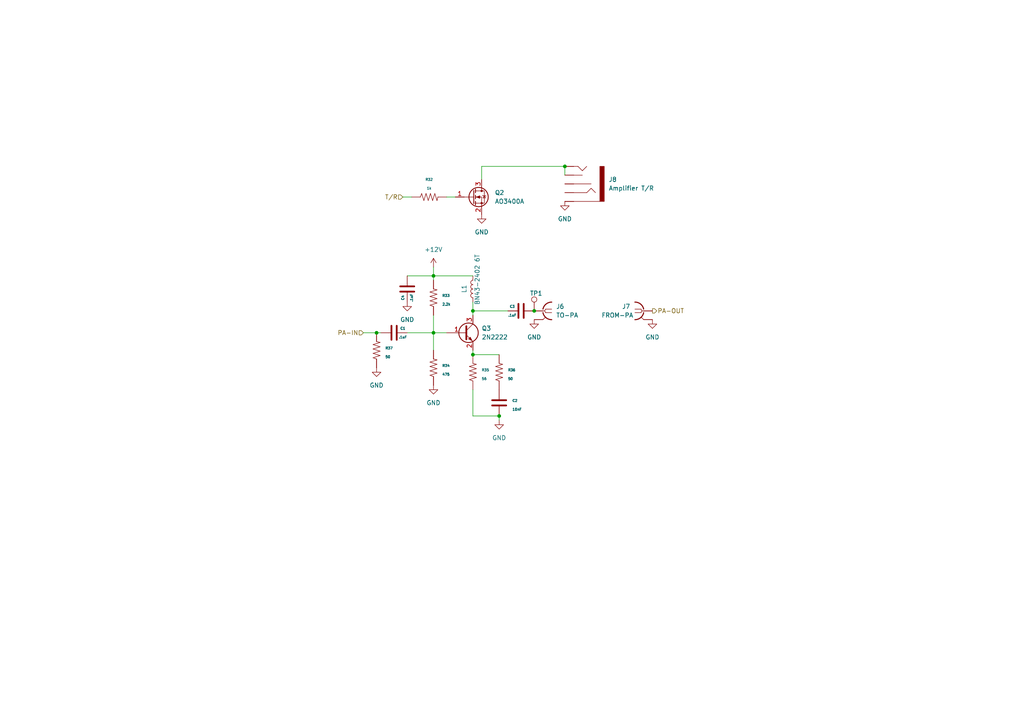
<source format=kicad_sch>
(kicad_sch (version 20230121) (generator eeschema)
  (paper "A4")
  (lib_symbols
    (symbol "Connector:TestPoint" (pin_numbers hide) (pin_names (offset 0.762) hide)
      (property "Reference" "TP" (at 0 6.858 0))
      (property "Value" "TestPoint" (at 0 5.08 0))
      (symbol "TestPoint_0_1"
        (circle (center 0 3.302) (radius 0.762))
      )
      (symbol "TestPoint_1_1"
        (pin passive line (at 0 0 90) (length 2.54) (name "1") (number "1"))
      )
    )
    (symbol "Transistor_FET:AO3400A" (pin_names hide)
      (property "Reference" "Q" (at 5.08 1.905 0))
      (property "Value" "AO3400A" (at 5.08 0 0))
      (symbol "AO3400A_0_1"
        (polyline (pts (xy 0.254 0) (xy -2.54 0)))
        (polyline (pts (xy 0.254 1.905) (xy 0.254 -1.905)) (stroke (width 0.254)))
        (polyline (pts (xy 0.762 -1.27) (xy 0.762 -2.286)) (stroke (width 0.254)))
        (polyline (pts (xy 0.762 0.508) (xy 0.762 -0.508)) (stroke (width 0.254)))
        (polyline (pts (xy 0.762 2.286) (xy 0.762 1.27)) (stroke (width 0.254)))
        (polyline (pts (xy 2.54 2.54) (xy 2.54 1.778)))
        (polyline (pts (xy 2.54 -2.54) (xy 2.54 0) (xy 0.762 0)))
        (polyline (pts (xy 0.762 -1.778) (xy 3.302 -1.778) (xy 3.302 1.778) (xy 0.762 1.778)))
        (polyline (pts (xy 1.016 0) (xy 2.032 0.381) (xy 2.032 -0.381) (xy 1.016 0)) (fill (type outline)))
        (polyline (pts (xy 2.794 0.508) (xy 2.921 0.381) (xy 3.683 0.381) (xy 3.81 0.254)))
        (polyline (pts (xy 3.302 0.381) (xy 2.921 -0.254) (xy 3.683 -0.254) (xy 3.302 0.381)))
        (circle (center 1.651 0) (radius 2.794) (stroke (width 0.254)))
        (circle (center 2.54 -1.778) (radius 0.254) (fill (type outline)))
        (circle (center 2.54 1.778) (radius 0.254) (fill (type outline)))
      )
      (symbol "AO3400A_1_1"
        (pin input line (at -5.08 0 0) (length 2.54) (name "G") (number "1"))
        (pin passive line (at 2.54 -5.08 90) (length 2.54) (name "S") (number "2"))
        (pin passive line (at 2.54 5.08 270) (length 2.54) (name "D") (number "3"))
      )
    )
    (symbol "Xenir:2N3904-SMD" (pin_names (offset 0) hide)
      (property "Reference" "Q" (at 2.54 -1.905 0))
      (property "Value" "2N3904-SMD" (at 2.54 -3.81 0))
      (symbol "2N3904-SMD_0_1"
        (circle (center -1.27 -3.81) (radius 2.8194) (stroke (width 0.254)))
        (polyline (pts (xy -1.905 -3.175) (xy 0 -1.27)))
        (polyline (pts (xy -1.905 -4.445) (xy 0 -6.35) (xy 0 -6.35)))
        (polyline (pts (xy -1.905 -1.905) (xy -1.905 -5.715) (xy -1.905 -5.715)) (stroke (width 0.508)))
        (polyline (pts (xy -1.27 -5.588) (xy -0.762 -5.08) (xy -0.254 -6.096) (xy -1.27 -5.588) (xy -1.27 -5.588)) (fill (type outline)))
      )
      (symbol "2N3904-SMD_1_1"
        (pin passive line (at -7.62 -3.81 0) (length 5.715) (name "B") (number "1"))
        (pin passive line (at 0 -8.89 90) (length 2.54) (name "E") (number "2"))
        (pin passive line (at 0 1.27 270) (length 2.54) (name "C") (number "3"))
      )
    )
    (symbol "Xenir:Audio_Jack" (pin_names (offset 1.016))
      (property "Reference" "J" (at -10.16 -8.89 0))
      (property "Value" "Audio_Jack" (at 0 0 0))
      (symbol "Audio_Jack_1_1"
        (rectangle (start -6.35 -13.97) (end -5.08 -3.81) (fill (type outline)))
        (polyline (pts (xy -2.54 -8.89) (xy 2.54 -8.89)))
        (polyline (pts (xy -2.54 -7.62) (xy -3.81 -6.35)))
        (polyline (pts (xy -1.27 -13.97) (xy 0 -12.7)))
        (polyline (pts (xy -1.27 -6.35) (xy -2.54 -7.62)))
        (polyline (pts (xy 0 -12.7) (xy 1.27 -13.97)))
        (polyline (pts (xy 0 -11.43) (xy 2.54 -11.43)))
        (polyline (pts (xy 1.27 -13.97) (xy 2.54 -13.97)))
        (polyline (pts (xy 2.54 -6.35) (xy -1.27 -6.35)))
        (polyline (pts (xy 2.54 -3.81) (xy -5.08 -3.81)))
        (pin bidirectional line (at 5.08 -6.35 180) (length 2.54) (name "RING") (number "RING"))
        (pin bidirectional line (at 5.08 -8.89 180) (length 2.54) (name "RSH") (number "RSH"))
        (pin bidirectional line (at 5.08 -3.81 180) (length 2.54) (name "SLEEVE") (number "SLEEVE"))
        (pin bidirectional line (at 5.08 -13.97 180) (length 2.54) (name "TIP") (number "TIP"))
        (pin bidirectional line (at 5.08 -11.43 180) (length 2.54) (name "TSH") (number "TSH"))
      )
    )
    (symbol "Xenir:Capacitor" (pin_names (offset 1.016))
      (property "Reference" "C" (at 0 3.175 0))
      (property "Value" "Capacitor" (at 0 -3.175 0))
      (symbol "Capacitor_1_1"
        (polyline (pts (xy -0.762 -2.032) (xy -0.762 2.032)) (stroke (width 0.508)))
        (polyline (pts (xy 0.762 -2.032) (xy 0.762 2.032)) (stroke (width 0.508)))
        (pin passive line (at -3.81 0 0) (length 2.794) (name "~") (number "1"))
        (pin passive line (at 3.81 0 180) (length 2.794) (name "~") (number "2"))
      )
    )
    (symbol "Xenir:Inductor" (pin_names (offset 1.016))
      (property "Reference" "L" (at 0 -1.27 0))
      (property "Value" "Inductor" (at 0 2.54 0))
      (symbol "Inductor_1_1"
        (arc (start -1.27 0) (mid -1.905 0.6323) (end -2.54 0))
        (arc (start 0 0) (mid -0.635 0.6323) (end -1.27 0))
        (arc (start 1.27 0) (mid 0.635 0.6323) (end 0 0))
        (arc (start 2.54 0) (mid 1.905 0.6323) (end 1.27 0))
        (pin passive line (at -3.81 0 0) (length 1.27) (name "1") (number "1"))
        (pin passive line (at 3.81 0 180) (length 1.27) (name "2") (number "2"))
      )
    )
    (symbol "Xenir:PCB_SMA_EDGE" (pin_names (offset 1.016))
      (property "Reference" "J" (at 1.27 -2.54 0))
      (property "Value" "PCB_SMA_EDGE" (at 0 0 0))
      (symbol "PCB_SMA_EDGE_1_1"
        (arc (start -2.54 -7.62) (mid -0.9022 -7.0638) (end 0 -5.588) (stroke (width 0.3048)))
        (arc (start 0 -4.572) (mid -0.9022 -3.0962) (end -2.54 -2.54) (stroke (width 0.3048)))
        (polyline (pts (xy -2.54 -4.572) (xy -0.762 -4.572)))
        (polyline (pts (xy -0.762 -5.588) (xy -2.54 -5.588)))
        (polyline (pts (xy -0.762 -4.572) (xy -0.508 -5.08)))
        (polyline (pts (xy -0.508 -5.08) (xy -0.762 -5.588)))
        (polyline (pts (xy 0 -7.62) (xy -0.762 -6.858)))
        (polyline (pts (xy 0 -5.08) (xy -0.508 -5.08)))
        (pin passive line (at 2.54 -5.08 180) (length 2.54) (name "1") (number "1"))
        (pin passive line (at 2.54 -7.62 180) (length 2.54) (name "2") (number "2"))
      )
    )
    (symbol "Xenir:Resistor" (pin_names (offset 1.016))
      (property "Reference" "R" (at 0 1.905 0))
      (property "Value" "Resistor" (at 0 -1.905 0))
      (symbol "Resistor_1_1"
        (polyline (pts (xy -2.54 0) (xy -2.159 1.016)))
        (polyline (pts (xy -2.159 1.016) (xy -1.524 -1.016)))
        (polyline (pts (xy -1.524 -1.016) (xy -0.889 1.016)))
        (polyline (pts (xy -0.889 1.016) (xy -0.254 -1.016)))
        (polyline (pts (xy -0.254 -1.016) (xy 0.381 1.016)))
        (polyline (pts (xy 0.381 1.016) (xy 1.016 -1.016)))
        (polyline (pts (xy 1.016 -1.016) (xy 1.651 1.016)))
        (polyline (pts (xy 1.651 1.016) (xy 2.286 -1.016)))
        (polyline (pts (xy 2.286 -1.016) (xy 2.54 0)))
        (pin passive line (at -5.08 0 0) (length 2.54) (name "1") (number "1"))
        (pin passive line (at 5.08 0 180) (length 2.54) (name "2") (number "2"))
      )
    )
    (symbol "power:+12V" (power) (pin_names (offset 0))
      (property "Value" "+12V" (at 0 3.556 0))
      (symbol "+12V_0_1"
        (polyline (pts (xy -0.762 1.27) (xy 0 2.54)))
        (polyline (pts (xy 0 0) (xy 0 2.54)))
        (polyline (pts (xy 0 2.54) (xy 0.762 1.27)))
      )
      (symbol "+12V_1_1"
        (pin power_in line (at 0 0 90) (length 0) hide (name "+12V") (number "1"))
      )
    )
    (symbol "power:GND" (power) (pin_names (offset 0))
      (property "Value" "GND" (at 0 -3.81 0))
      (symbol "GND_0_1"
        (polyline (pts (xy 0 0) (xy 0 -1.27) (xy 1.27 -1.27) (xy 0 -2.54) (xy -1.27 -1.27) (xy 0 -1.27)))
      )
      (symbol "GND_1_1"
        (pin power_in line (at 0 0 270) (length 0) hide (name "GND") (number "1"))
      )
    )
    (symbol "xenir:Resistor" (pin_names (offset 1.016))
      (property "Reference" "R" (at 0 1.905 0))
      (property "Value" "Resistor" (at 0 -1.905 0))
      (symbol "Resistor_1_1"
        (polyline (pts (xy -2.54 0) (xy -2.159 1.016)))
        (polyline (pts (xy -2.159 1.016) (xy -1.524 -1.016)))
        (polyline (pts (xy -1.524 -1.016) (xy -0.889 1.016)))
        (polyline (pts (xy -0.889 1.016) (xy -0.254 -1.016)))
        (polyline (pts (xy -0.254 -1.016) (xy 0.381 1.016)))
        (polyline (pts (xy 0.381 1.016) (xy 1.016 -1.016)))
        (polyline (pts (xy 1.016 -1.016) (xy 1.651 1.016)))
        (polyline (pts (xy 1.651 1.016) (xy 2.286 -1.016)))
        (polyline (pts (xy 2.286 -1.016) (xy 2.54 0)))
        (pin passive line (at -5.08 0 0) (length 2.54) (name "1") (number "1"))
        (pin passive line (at 5.08 0 180) (length 2.54) (name "2") (number "2"))
      )
    )
  )
  (junction (at 125.73 80.01))
  (junction (at 137.16 102.87))
  (junction (at 144.78 120.65))
  (junction (at 109.22 96.52))
  (junction (at 125.73 96.52))
  (junction (at 154.94 90.17))
  (junction (at 137.16 90.17))
  (junction (at 163.83 48.26))
  (wire (pts (xy 139.7 48.26) (xy 139.7 52.07)))
  (wire (pts (xy 125.73 96.52) (xy 129.54 96.52)))
  (wire (pts (xy 137.16 90.17) (xy 137.16 91.44)))
  (wire (pts (xy 137.16 90.17) (xy 147.32 90.17)))
  (wire (pts (xy 116.84 57.15) (xy 119.38 57.15)))
  (wire (pts (xy 125.73 96.52) (xy 125.73 91.44)))
  (wire (pts (xy 144.78 120.65) (xy 144.78 121.92)))
  (wire (pts (xy 137.16 101.6) (xy 137.16 102.87)))
  (wire (pts (xy 105.41 96.52) (xy 109.22 96.52)))
  (wire (pts (xy 125.73 77.47) (xy 125.73 80.01)))
  (wire (pts (xy 125.73 80.01) (xy 137.16 80.01)))
  (wire (pts (xy 137.16 102.87) (xy 144.78 102.87)))
  (wire (pts (xy 125.73 96.52) (xy 125.73 101.6)))
  (wire (pts (xy 137.16 87.63) (xy 137.16 90.17)))
  (wire (pts (xy 118.11 80.01) (xy 125.73 80.01)))
  (wire (pts (xy 137.16 113.03) (xy 137.16 120.65)))
  (wire (pts (xy 109.22 96.52) (xy 110.49 96.52)))
  (wire (pts (xy 163.83 48.26) (xy 163.83 50.8)))
  (wire (pts (xy 139.7 48.26) (xy 163.83 48.26)))
  (wire (pts (xy 129.54 57.15) (xy 132.08 57.15)))
  (wire (pts (xy 125.73 80.01) (xy 125.73 81.28)))
  (wire (pts (xy 118.11 96.52) (xy 125.73 96.52)))
  (wire (pts (xy 137.16 120.65) (xy 144.78 120.65)))
  (hierarchical_label "T{slash}R" (shape input) (at 116.84 57.15 180))
  (hierarchical_label "PA-IN" (shape input) (at 105.41 96.52 180))
  (hierarchical_label "PA-OUT" (shape output) (at 189.23 90.17 0))
  (symbol (lib_id "Xenir:Resistor") (at 144.78 107.95 90) (unit 1)
    (property "Reference" "R36" (at 147.32 107.315 90) (effects (font (size 0.7112 0.7112)) (justify right)))
    (property "Value" "50" (at 147.32 109.855 90) (effects (font (size 0.7112 0.7112)) (justify right)))
    (property "Footprint" "Resistor_SMD:R_0805_2012Metric" (effects hide))
  )
  (symbol (lib_id "Xenir:Audio_Jack") (at 168.91 62.23 180) (unit 1)
    (property "Reference" "J8" (at 176.53 52.0699 0) (effects (justify right)))
    (property "Value" "Amplifier T/R" (at 176.53 54.6099 0) (effects (justify right)))
    (property "Footprint" "Xenir:Audio_Jack" (effects hide))
  )
  (symbol (lib_id "power:GND") (at 163.83 58.42 0) (unit 1)
    (property "Reference" "#PWR0163" (effects hide))
    (property "Value" "GND" (at 163.83 63.5 0))
  )
  (symbol (lib_id "Transistor_FET:AO3400A") (at 137.16 57.15 0) (unit 1)
    (property "Reference" "Q2" (at 143.51 55.8799 0) (effects (justify left)))
    (property "Value" "AO3400A" (at 143.51 58.4199 0) (effects (justify left)))
    (property "Footprint" "Package_TO_SOT_SMD:SOT-23" (effects hide))
    (property "Datasheet" "http://www.aosmd.com/pdfs/datasheet/AO3400A.pdf" (effects hide))
  )
  (symbol (lib_id "xenir:Resistor") (at 124.46 57.15 0) (unit 1)
    (property "Reference" "R32" (at 124.46 52.07 0) (effects (font (size 0.7112 0.7112))))
    (property "Value" "1k" (at 124.46 54.61 0) (effects (font (size 0.7112 0.7112))))
    (property "Footprint" "Resistor_SMD:R_0805_2012Metric" (effects hide))
  )
  (symbol (lib_id "Xenir:Capacitor") (at 144.78 116.84 90) (unit 1)
    (property "Reference" "C2" (at 148.59 116.205 90) (effects (font (size 0.7112 0.7112)) (justify right)))
    (property "Value" "10nF" (at 148.59 118.745 90) (effects (font (size 0.7112 0.7112)) (justify right)))
    (property "Footprint" "Capacitor_SMD:C_0805_2012Metric" (effects hide))
  )
  (symbol (lib_id "Xenir:Capacitor") (at 114.3 96.52 0) (unit 1)
    (property "Reference" "C1" (at 116.84 95.25 0) (effects (font (size 0.7112 0.7112))))
    (property "Value" ".1uF" (at 116.84 97.79 0) (effects (font (size 0.7112 0.7112))))
    (property "Footprint" "Capacitor_SMD:C_0805_2012Metric" (effects hide))
  )
  (symbol (lib_id "power:GND") (at 189.23 92.71 0) (unit 1)
    (property "Reference" "#PWR0162" (effects hide))
    (property "Value" "GND" (at 189.23 97.79 0))
  )
  (symbol (lib_id "power:+12V") (at 125.73 77.47 0) (unit 1)
    (property "Reference" "#PWR0166" (effects hide))
    (property "Value" "+12V" (at 125.73 72.39 0))
  )
  (symbol (lib_id "Xenir:Resistor") (at 109.22 101.6 90) (unit 1)
    (property "Reference" "R37" (at 111.76 100.965 90) (effects (font (size 0.7112 0.7112)) (justify right)))
    (property "Value" "50" (at 111.76 103.505 90) (effects (font (size 0.7112 0.7112)) (justify right)))
    (property "Footprint" "Resistor_SMD:R_0805_2012Metric" (effects hide))
  )
  (symbol (lib_id "power:GND") (at 125.73 111.76 0) (unit 1)
    (property "Reference" "#PWR0165" (effects hide))
    (property "Value" "GND" (at 125.73 116.84 0))
  )
  (symbol (lib_id "power:GND") (at 154.94 92.71 0) (mirror y) (unit 1)
    (property "Reference" "#PWR0161" (effects hide))
    (property "Value" "GND" (at 154.94 97.79 0))
  )
  (symbol (lib_id "Xenir:Resistor") (at 125.73 106.68 90) (unit 1)
    (property "Reference" "R34" (at 128.27 106.045 90) (effects (font (size 0.7112 0.7112)) (justify right)))
    (property "Value" "475" (at 128.27 108.585 90) (effects (font (size 0.7112 0.7112)) (justify right)))
    (property "Footprint" "Resistor_SMD:R_0805_2012Metric" (effects hide))
  )
  (symbol (lib_id "Xenir:Resistor") (at 137.16 107.95 90) (unit 1)
    (property "Reference" "R35" (at 139.7 107.315 90) (effects (font (size 0.7112 0.7112)) (justify right)))
    (property "Value" "56" (at 139.7 109.855 90) (effects (font (size 0.7112 0.7112)) (justify right)))
    (property "Footprint" "Resistor_SMD:R_0805_2012Metric" (effects hide))
  )
  (symbol (lib_id "Xenir:2N3904-SMD") (at 137.16 92.71 0) (unit 1)
    (property "Reference" "Q3" (at 139.7 95.2499 0) (effects (justify left)))
    (property "Value" "2N2222" (at 139.7 97.7899 0) (effects (justify left)))
    (property "Footprint" "Package_TO_SOT_SMD:SOT-23" (effects hide))
    (property "Datasheet" "https://www.fairchildsemi.com/datasheets/2N/2N3904.pdf" (effects hide))
  )
  (symbol (lib_id "power:GND") (at 144.78 121.92 0) (unit 1)
    (property "Reference" "#PWR0164" (effects hide))
    (property "Value" "GND" (at 144.78 127 0))
  )
  (symbol (lib_id "power:GND") (at 109.22 106.68 0) (unit 1)
    (property "Reference" "#PWR0168" (effects hide))
    (property "Value" "GND" (at 109.22 111.76 0))
  )
  (symbol (lib_id "Xenir:PCB_SMA_EDGE") (at 157.48 85.09 0) (mirror y) (unit 1)
    (property "Reference" "J6" (at 161.29 88.8999 0) (effects (justify right)))
    (property "Value" "TO-PA" (at 161.29 91.4399 0) (effects (justify right)))
    (property "Footprint" "Xenir_V6:pcb-sma-edge" (effects hide))
  )
  (symbol (lib_id "Xenir:Capacitor") (at 151.13 90.17 0) (unit 1)
    (property "Reference" "C3" (at 148.59 88.9 0) (effects (font (size 0.7112 0.7112))))
    (property "Value" ".1uF" (at 148.59 91.44 0) (effects (font (size 0.7112 0.7112))))
    (property "Footprint" "Capacitor_SMD:C_0805_2012Metric" (effects hide))
  )
  (symbol (lib_id "power:GND") (at 118.11 87.63 0) (mirror y) (unit 1)
    (property "Reference" "#PWR0167" (effects hide))
    (property "Value" "GND" (at 118.11 92.71 0))
  )
  (symbol (lib_id "Connector:TestPoint") (at 154.94 90.17 0) (unit 1)
    (property "Reference" "TP1" (at 153.67 85.09 0) (effects (justify left)))
    (property "Value" "TestPoint" (effects hide))
    (property "Footprint" "TestPoint:TestPoint_THTPad_1.0x1.0mm_Drill0.5mm" (effects hide))
  )
  (symbol (lib_id "Xenir:Inductor") (at 137.16 83.82 90) (unit 1)
    (property "Reference" "L1" (at 134.62 82.55 0) (effects (justify right)))
    (property "Value" "BN43-2402 6T" (at 138.43 73.66 0) (effects (justify right)))
    (property "Footprint" "Xenir:BN-43-2402" (effects hide))
  )
  (symbol (lib_id "Xenir:Resistor") (at 125.73 86.36 90) (unit 1)
    (property "Reference" "R33" (at 128.27 85.725 90) (effects (font (size 0.7112 0.7112)) (justify right)))
    (property "Value" "2.2k" (at 128.27 88.265 90) (effects (font (size 0.7112 0.7112)) (justify right)))
    (property "Footprint" "Resistor_SMD:R_0805_2012Metric" (effects hide))
  )
  (symbol (lib_id "power:GND") (at 139.7 62.23 0) (unit 1)
    (property "Reference" "#PWR0160" (effects hide))
    (property "Value" "GND" (at 139.7 67.31 0))
  )
  (symbol (lib_id "Xenir:PCB_SMA_EDGE") (at 186.69 85.09 0) (unit 1)
    (property "Reference" "J7" (at 181.61 88.9 0))
    (property "Value" "FROM-PA" (at 179.07 91.44 0))
    (property "Footprint" "Xenir_V6:pcb-sma-edge" (effects hide))
  )
  (symbol (lib_id "Xenir:Capacitor") (at 118.11 83.82 90) (unit 1)
    (property "Reference" "C4" (at 116.84 86.36 0) (effects (font (size 0.7112 0.7112))))
    (property "Value" ".1uF" (at 119.38 86.36 0) (effects (font (size 0.7112 0.7112))))
    (property "Footprint" "Capacitor_SMD:C_0805_2012Metric" (effects hide))
  )
)
</source>
